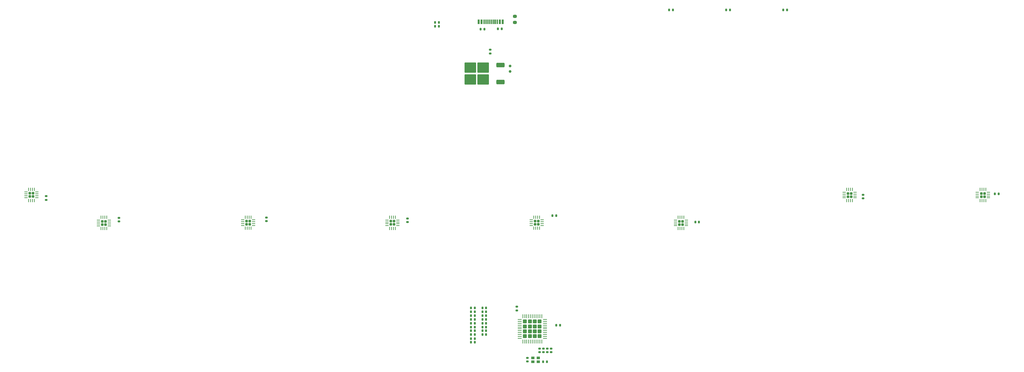
<source format=gbp>
%TF.GenerationSoftware,KiCad,Pcbnew,7.0.5*%
%TF.CreationDate,2023-07-12T18:10:06+02:00*%
%TF.ProjectId,keyboard,6b657962-6f61-4726-942e-6b696361645f,rev?*%
%TF.SameCoordinates,Original*%
%TF.FileFunction,Paste,Bot*%
%TF.FilePolarity,Positive*%
%FSLAX46Y46*%
G04 Gerber Fmt 4.6, Leading zero omitted, Abs format (unit mm)*
G04 Created by KiCad (PCBNEW 7.0.5) date 2023-07-12 18:10:06*
%MOMM*%
%LPD*%
G01*
G04 APERTURE LIST*
G04 Aperture macros list*
%AMRoundRect*
0 Rectangle with rounded corners*
0 $1 Rounding radius*
0 $2 $3 $4 $5 $6 $7 $8 $9 X,Y pos of 4 corners*
0 Add a 4 corners polygon primitive as box body*
4,1,4,$2,$3,$4,$5,$6,$7,$8,$9,$2,$3,0*
0 Add four circle primitives for the rounded corners*
1,1,$1+$1,$2,$3*
1,1,$1+$1,$4,$5*
1,1,$1+$1,$6,$7*
1,1,$1+$1,$8,$9*
0 Add four rect primitives between the rounded corners*
20,1,$1+$1,$2,$3,$4,$5,0*
20,1,$1+$1,$4,$5,$6,$7,0*
20,1,$1+$1,$6,$7,$8,$9,0*
20,1,$1+$1,$8,$9,$2,$3,0*%
G04 Aperture macros list end*
%ADD10RoundRect,0.150000X-0.200000X0.150000X-0.200000X-0.150000X0.200000X-0.150000X0.200000X0.150000X0*%
%ADD11RoundRect,0.140000X-0.170000X0.140000X-0.170000X-0.140000X0.170000X-0.140000X0.170000X0.140000X0*%
%ADD12RoundRect,0.135000X0.135000X0.185000X-0.135000X0.185000X-0.135000X-0.185000X0.135000X-0.185000X0*%
%ADD13RoundRect,0.140000X0.140000X0.170000X-0.140000X0.170000X-0.140000X-0.170000X0.140000X-0.170000X0*%
%ADD14RoundRect,0.140000X-0.140000X-0.170000X0.140000X-0.170000X0.140000X0.170000X-0.140000X0.170000X0*%
%ADD15R,0.600000X1.240000*%
%ADD16R,0.300000X1.240000*%
%ADD17RoundRect,0.172500X0.172500X0.172500X-0.172500X0.172500X-0.172500X-0.172500X0.172500X-0.172500X0*%
%ADD18RoundRect,0.062500X0.350000X0.062500X-0.350000X0.062500X-0.350000X-0.062500X0.350000X-0.062500X0*%
%ADD19RoundRect,0.062500X0.062500X0.350000X-0.062500X0.350000X-0.062500X-0.350000X0.062500X-0.350000X0*%
%ADD20RoundRect,0.135000X-0.135000X-0.185000X0.135000X-0.185000X0.135000X0.185000X-0.135000X0.185000X0*%
%ADD21RoundRect,0.140000X0.170000X-0.140000X0.170000X0.140000X-0.170000X0.140000X-0.170000X-0.140000X0*%
%ADD22RoundRect,0.200000X-0.275000X0.200000X-0.275000X-0.200000X0.275000X-0.200000X0.275000X0.200000X0*%
%ADD23RoundRect,0.135000X0.185000X-0.135000X0.185000X0.135000X-0.185000X0.135000X-0.185000X-0.135000X0*%
%ADD24R,0.900000X0.800000*%
%ADD25RoundRect,0.250000X0.850000X0.350000X-0.850000X0.350000X-0.850000X-0.350000X0.850000X-0.350000X0*%
%ADD26RoundRect,0.250000X1.275000X1.125000X-1.275000X1.125000X-1.275000X-1.125000X1.275000X-1.125000X0*%
%ADD27RoundRect,0.135000X-0.185000X0.135000X-0.185000X-0.135000X0.185000X-0.135000X0.185000X0.135000X0*%
%ADD28RoundRect,0.250000X0.275000X0.275000X-0.275000X0.275000X-0.275000X-0.275000X0.275000X-0.275000X0*%
%ADD29RoundRect,0.062500X0.475000X0.062500X-0.475000X0.062500X-0.475000X-0.062500X0.475000X-0.062500X0*%
%ADD30RoundRect,0.062500X0.062500X0.475000X-0.062500X0.475000X-0.062500X-0.475000X0.062500X-0.475000X0*%
G04 APERTURE END LIST*
D10*
%TO.C,D4*%
X185900000Y-61050000D03*
X185900000Y-59650000D03*
%TD*%
D11*
%TO.C,C5*%
X194700000Y-134270000D03*
X194700000Y-135230000D03*
%TD*%
D12*
%TO.C,R8*%
X167110000Y-49140000D03*
X166090000Y-49140000D03*
%TD*%
D13*
%TO.C,C17*%
X179580000Y-129600000D03*
X178620000Y-129600000D03*
%TD*%
D14*
%TO.C,C15*%
X313940000Y-93450000D03*
X314900000Y-93450000D03*
%TD*%
D15*
%TO.C,J1*%
X177580000Y-47985000D03*
X178380000Y-47985000D03*
D16*
X179530000Y-47985000D03*
X180530000Y-47985000D03*
X181030000Y-47985000D03*
X182030000Y-47985000D03*
D15*
X183180000Y-47985000D03*
X183980000Y-47985000D03*
X183980000Y-47985000D03*
X183180000Y-47985000D03*
D16*
X182530000Y-47985000D03*
X181530000Y-47985000D03*
X180030000Y-47985000D03*
X179030000Y-47985000D03*
D15*
X178380000Y-47985000D03*
X177580000Y-47985000D03*
%TD*%
D17*
%TO.C,MUX6*%
X231425000Y-101515000D03*
X231425000Y-100665000D03*
X230575000Y-101515000D03*
X230575000Y-100665000D03*
D18*
X232462500Y-100340000D03*
X232462500Y-100840000D03*
X232462500Y-101340000D03*
X232462500Y-101840000D03*
D19*
X231750000Y-102552500D03*
X231250000Y-102552500D03*
X230750000Y-102552500D03*
X230250000Y-102552500D03*
D18*
X229537500Y-101840000D03*
X229537500Y-101340000D03*
X229537500Y-100840000D03*
X229537500Y-100340000D03*
D19*
X230250000Y-99627500D03*
X230750000Y-99627500D03*
X231250000Y-99627500D03*
X231750000Y-99627500D03*
%TD*%
D20*
%TO.C,R18*%
X175590000Y-123600000D03*
X176610000Y-123600000D03*
%TD*%
D21*
%TO.C,C9*%
X82620000Y-100700000D03*
X82620000Y-99740000D03*
%TD*%
D20*
%TO.C,R15*%
X175590000Y-126600000D03*
X176610000Y-126600000D03*
%TD*%
D22*
%TO.C,R6*%
X187170000Y-46480000D03*
X187170000Y-48130000D03*
%TD*%
D20*
%TO.C,R20*%
X175590000Y-132650000D03*
X176610000Y-132650000D03*
%TD*%
D21*
%TO.C,C10*%
X121510000Y-100650000D03*
X121510000Y-99690000D03*
%TD*%
D13*
%TO.C,C22*%
X179580000Y-124600000D03*
X178620000Y-124600000D03*
%TD*%
D17*
%TO.C,MUX3*%
X117125000Y-101475000D03*
X117125000Y-100625000D03*
X116275000Y-101475000D03*
X116275000Y-100625000D03*
D18*
X118162500Y-100300000D03*
X118162500Y-100800000D03*
X118162500Y-101300000D03*
X118162500Y-101800000D03*
D19*
X117450000Y-102512500D03*
X116950000Y-102512500D03*
X116450000Y-102512500D03*
X115950000Y-102512500D03*
D18*
X115237500Y-101800000D03*
X115237500Y-101300000D03*
X115237500Y-100800000D03*
X115237500Y-100300000D03*
D19*
X115950000Y-99587500D03*
X116450000Y-99587500D03*
X116950000Y-99587500D03*
X117450000Y-99587500D03*
%TD*%
D11*
%TO.C,C2*%
X190430000Y-136770000D03*
X190430000Y-137730000D03*
%TD*%
D23*
%TO.C,R9*%
X187650000Y-124272500D03*
X187650000Y-123252500D03*
%TD*%
D17*
%TO.C,MUX1*%
X59925000Y-94125000D03*
X59925000Y-93275000D03*
X59075000Y-94125000D03*
X59075000Y-93275000D03*
D18*
X60962500Y-92950000D03*
X60962500Y-93450000D03*
X60962500Y-93950000D03*
X60962500Y-94450000D03*
D19*
X60250000Y-95162500D03*
X59750000Y-95162500D03*
X59250000Y-95162500D03*
X58750000Y-95162500D03*
D18*
X58037500Y-94450000D03*
X58037500Y-93950000D03*
X58037500Y-93450000D03*
X58037500Y-92950000D03*
D19*
X58750000Y-92237500D03*
X59250000Y-92237500D03*
X59750000Y-92237500D03*
X60250000Y-92237500D03*
%TD*%
D12*
%TO.C,R7*%
X167110000Y-48150000D03*
X166090000Y-48150000D03*
%TD*%
D13*
%TO.C,C1*%
X199080000Y-128150000D03*
X198120000Y-128150000D03*
%TD*%
D20*
%TO.C,R13*%
X175590000Y-128600000D03*
X176610000Y-128600000D03*
%TD*%
%TO.C,R5*%
X257990000Y-44850000D03*
X259010000Y-44850000D03*
%TD*%
D12*
%TO.C,R2*%
X179140000Y-49870000D03*
X178120000Y-49870000D03*
%TD*%
D11*
%TO.C,C8*%
X63380000Y-94050000D03*
X63380000Y-95010000D03*
%TD*%
D24*
%TO.C,Y1*%
X191900000Y-136750000D03*
X193300000Y-136750000D03*
X193300000Y-137750000D03*
X191900000Y-137750000D03*
%TD*%
D20*
%TO.C,R17*%
X175590000Y-124600000D03*
X176610000Y-124600000D03*
%TD*%
D13*
%TO.C,C16*%
X179580000Y-130600000D03*
X178620000Y-130600000D03*
%TD*%
D20*
%TO.C,R16*%
X175590000Y-125600000D03*
X176610000Y-125600000D03*
%TD*%
D25*
%TO.C,Q1*%
X183375000Y-59345000D03*
D26*
X178750000Y-63150000D03*
X178750000Y-60100000D03*
X175400000Y-63150000D03*
X175400000Y-60100000D03*
D25*
X183375000Y-63905000D03*
%TD*%
D27*
%TO.C,R10*%
X180650000Y-55340000D03*
X180650000Y-56360000D03*
%TD*%
D11*
%TO.C,C14*%
X279100000Y-93630000D03*
X279100000Y-94590000D03*
%TD*%
D13*
%TO.C,C23*%
X179580000Y-123600000D03*
X178620000Y-123600000D03*
%TD*%
D14*
%TO.C,C13*%
X234820000Y-100850000D03*
X235780000Y-100850000D03*
%TD*%
D20*
%TO.C,R12*%
X175590000Y-129600000D03*
X176610000Y-129600000D03*
%TD*%
D13*
%TO.C,C21*%
X179580000Y-125600000D03*
X178620000Y-125600000D03*
%TD*%
D17*
%TO.C,MUX7*%
X275975000Y-94145000D03*
X275975000Y-93295000D03*
X275125000Y-94145000D03*
X275125000Y-93295000D03*
D18*
X277012500Y-92970000D03*
X277012500Y-93470000D03*
X277012500Y-93970000D03*
X277012500Y-94470000D03*
D19*
X276300000Y-95182500D03*
X275800000Y-95182500D03*
X275300000Y-95182500D03*
X274800000Y-95182500D03*
D18*
X274087500Y-94470000D03*
X274087500Y-93970000D03*
X274087500Y-93470000D03*
X274087500Y-92970000D03*
D19*
X274800000Y-92257500D03*
X275300000Y-92257500D03*
X275800000Y-92257500D03*
X276300000Y-92257500D03*
%TD*%
D20*
%TO.C,R3*%
X227890000Y-44850000D03*
X228910000Y-44850000D03*
%TD*%
D14*
%TO.C,C12*%
X197090000Y-99200000D03*
X198050000Y-99200000D03*
%TD*%
D20*
%TO.C,R11*%
X175590000Y-130600000D03*
X176610000Y-130600000D03*
%TD*%
D13*
%TO.C,C20*%
X179580000Y-126600000D03*
X178620000Y-126600000D03*
%TD*%
D17*
%TO.C,MUX4*%
X155250000Y-101500000D03*
X155250000Y-100650000D03*
X154400000Y-101500000D03*
X154400000Y-100650000D03*
D18*
X156287500Y-100325000D03*
X156287500Y-100825000D03*
X156287500Y-101325000D03*
X156287500Y-101825000D03*
D19*
X155575000Y-102537500D03*
X155075000Y-102537500D03*
X154575000Y-102537500D03*
X154075000Y-102537500D03*
D18*
X153362500Y-101825000D03*
X153362500Y-101325000D03*
X153362500Y-100825000D03*
X153362500Y-100325000D03*
D19*
X154075000Y-99612500D03*
X154575000Y-99612500D03*
X155075000Y-99612500D03*
X155575000Y-99612500D03*
%TD*%
D20*
%TO.C,R19*%
X175590000Y-131650000D03*
X176610000Y-131650000D03*
%TD*%
D17*
%TO.C,MUX2*%
X79025000Y-101525000D03*
X79025000Y-100675000D03*
X78175000Y-101525000D03*
X78175000Y-100675000D03*
D18*
X80062500Y-100350000D03*
X80062500Y-100850000D03*
X80062500Y-101350000D03*
X80062500Y-101850000D03*
D19*
X79350000Y-102562500D03*
X78850000Y-102562500D03*
X78350000Y-102562500D03*
X77850000Y-102562500D03*
D18*
X77137500Y-101850000D03*
X77137500Y-101350000D03*
X77137500Y-100850000D03*
X77137500Y-100350000D03*
D19*
X77850000Y-99637500D03*
X78350000Y-99637500D03*
X78850000Y-99637500D03*
X79350000Y-99637500D03*
%TD*%
D20*
%TO.C,R14*%
X175590000Y-127600000D03*
X176610000Y-127600000D03*
%TD*%
D11*
%TO.C,C7*%
X196700000Y-134270000D03*
X196700000Y-135230000D03*
%TD*%
D17*
%TO.C,MUX5*%
X193345000Y-101477500D03*
X193345000Y-100627500D03*
X192495000Y-101477500D03*
X192495000Y-100627500D03*
D18*
X194382500Y-100302500D03*
X194382500Y-100802500D03*
X194382500Y-101302500D03*
X194382500Y-101802500D03*
D19*
X193670000Y-102515000D03*
X193170000Y-102515000D03*
X192670000Y-102515000D03*
X192170000Y-102515000D03*
D18*
X191457500Y-101802500D03*
X191457500Y-101302500D03*
X191457500Y-100802500D03*
X191457500Y-100302500D03*
D19*
X192170000Y-99590000D03*
X192670000Y-99590000D03*
X193170000Y-99590000D03*
X193670000Y-99590000D03*
%TD*%
D20*
%TO.C,R4*%
X242990000Y-44850000D03*
X244010000Y-44850000D03*
%TD*%
D21*
%TO.C,C11*%
X158810000Y-100880000D03*
X158810000Y-99920000D03*
%TD*%
D13*
%TO.C,C18*%
X179580000Y-128600000D03*
X178620000Y-128600000D03*
%TD*%
D11*
%TO.C,C6*%
X195700000Y-134270000D03*
X195700000Y-135230000D03*
%TD*%
D17*
%TO.C,MUX8*%
X311175000Y-94145000D03*
X311175000Y-93295000D03*
X310325000Y-94145000D03*
X310325000Y-93295000D03*
D18*
X312212500Y-92970000D03*
X312212500Y-93470000D03*
X312212500Y-93970000D03*
X312212500Y-94470000D03*
D19*
X311500000Y-95182500D03*
X311000000Y-95182500D03*
X310500000Y-95182500D03*
X310000000Y-95182500D03*
D18*
X309287500Y-94470000D03*
X309287500Y-93970000D03*
X309287500Y-93470000D03*
X309287500Y-92970000D03*
D19*
X310000000Y-92257500D03*
X310500000Y-92257500D03*
X311000000Y-92257500D03*
X311500000Y-92257500D03*
%TD*%
D13*
%TO.C,C19*%
X179580000Y-127600000D03*
X178620000Y-127600000D03*
%TD*%
D28*
%TO.C,U1*%
X193700000Y-131050000D03*
X193700000Y-129750000D03*
X193700000Y-128450000D03*
X193700000Y-127150000D03*
X192400000Y-131050000D03*
X192400000Y-129750000D03*
X192400000Y-128450000D03*
X192400000Y-127150000D03*
X191100000Y-131050000D03*
X191100000Y-129750000D03*
X191100000Y-128450000D03*
X191100000Y-127150000D03*
X189800000Y-131050000D03*
X189800000Y-129750000D03*
X189800000Y-128450000D03*
X189800000Y-127150000D03*
D29*
X195087500Y-126600000D03*
X195087500Y-127100000D03*
X195087500Y-127600000D03*
X195087500Y-128100000D03*
X195087500Y-128600000D03*
X195087500Y-129100000D03*
X195087500Y-129600000D03*
X195087500Y-130100000D03*
X195087500Y-130600000D03*
X195087500Y-131100000D03*
X195087500Y-131600000D03*
D30*
X194250000Y-132437500D03*
X193750000Y-132437500D03*
X193250000Y-132437500D03*
X192750000Y-132437500D03*
X192250000Y-132437500D03*
X191750000Y-132437500D03*
X191250000Y-132437500D03*
X190750000Y-132437500D03*
X190250000Y-132437500D03*
X189750000Y-132437500D03*
X189250000Y-132437500D03*
D29*
X188412500Y-131600000D03*
X188412500Y-131100000D03*
X188412500Y-130600000D03*
X188412500Y-130100000D03*
X188412500Y-129600000D03*
X188412500Y-129100000D03*
X188412500Y-128600000D03*
X188412500Y-128100000D03*
X188412500Y-127600000D03*
X188412500Y-127100000D03*
X188412500Y-126600000D03*
D30*
X189250000Y-125762500D03*
X189750000Y-125762500D03*
X190250000Y-125762500D03*
X190750000Y-125762500D03*
X191250000Y-125762500D03*
X191750000Y-125762500D03*
X192250000Y-125762500D03*
X192750000Y-125762500D03*
X193250000Y-125762500D03*
X193750000Y-125762500D03*
X194250000Y-125762500D03*
%TD*%
D11*
%TO.C,C4*%
X193700000Y-134270000D03*
X193700000Y-135230000D03*
%TD*%
D14*
%TO.C,C3*%
X194650000Y-137750000D03*
X195610000Y-137750000D03*
%TD*%
D20*
%TO.C,R1*%
X182680000Y-49840000D03*
X183700000Y-49840000D03*
%TD*%
M02*

</source>
